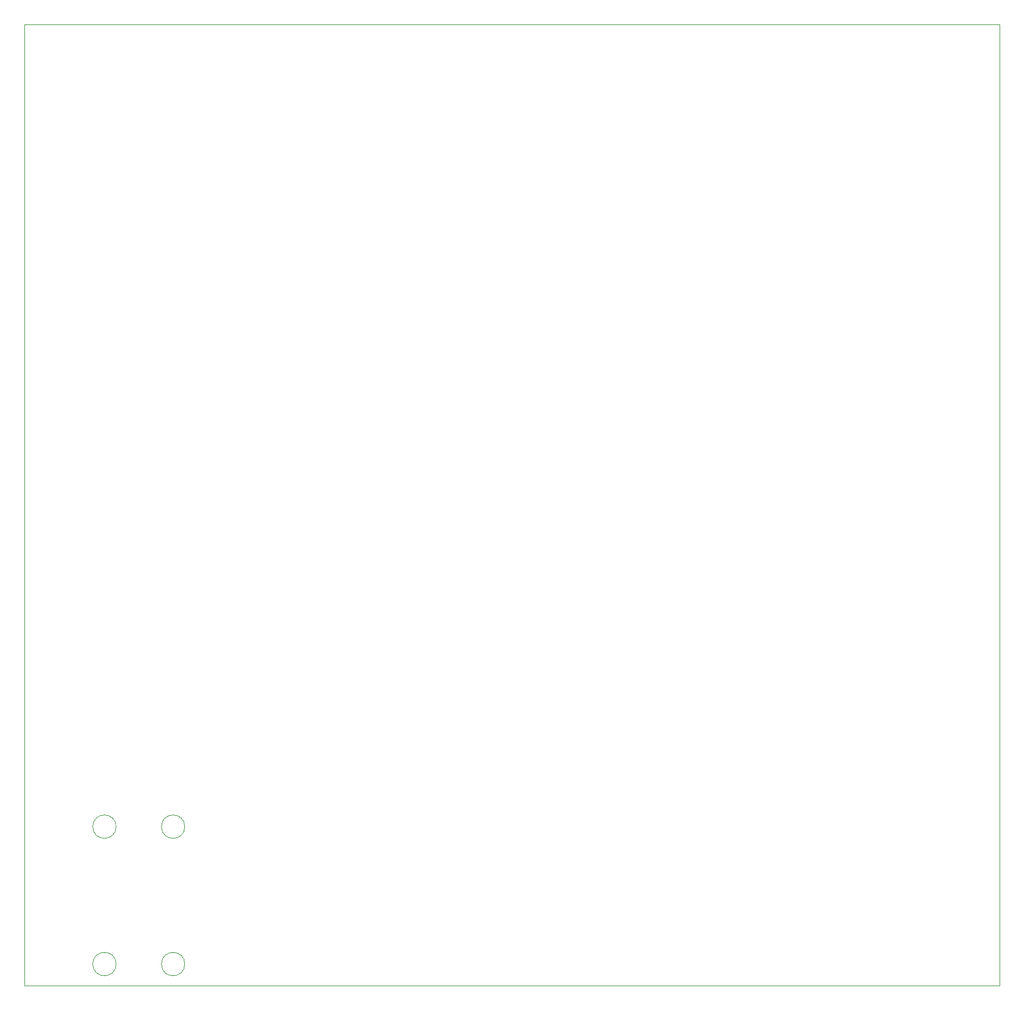
<source format=gbr>
%TF.GenerationSoftware,KiCad,Pcbnew,9.0.1-9.0.1-0~ubuntu24.04.1*%
%TF.CreationDate,2025-05-12T00:52:14+10:00*%
%TF.ProjectId,Sensor_Unit,53656e73-6f72-45f5-956e-69742e6b6963,rev?*%
%TF.SameCoordinates,Original*%
%TF.FileFunction,Profile,NP*%
%FSLAX46Y46*%
G04 Gerber Fmt 4.6, Leading zero omitted, Abs format (unit mm)*
G04 Created by KiCad (PCBNEW 9.0.1-9.0.1-0~ubuntu24.04.1) date 2025-05-12 00:52:14*
%MOMM*%
%LPD*%
G01*
G04 APERTURE LIST*
%TA.AperFunction,Profile*%
%ADD10C,0.050000*%
%TD*%
%TA.AperFunction,Profile*%
%ADD11C,0.120000*%
%TD*%
G04 APERTURE END LIST*
D10*
X29000000Y-22500000D02*
X171000000Y-22500000D01*
X171000000Y-162500000D01*
X29000000Y-162500000D01*
X29000000Y-22500000D01*
D11*
%TO.C,U24*%
X42326300Y-139335000D02*
G75*
G02*
X38926300Y-139335000I-1700000J0D01*
G01*
X38926300Y-139335000D02*
G75*
G02*
X42326300Y-139335000I1700000J0D01*
G01*
X42326300Y-159335000D02*
G75*
G02*
X38926300Y-159335000I-1700000J0D01*
G01*
X38926300Y-159335000D02*
G75*
G02*
X42326300Y-159335000I1700000J0D01*
G01*
X52326300Y-139335000D02*
G75*
G02*
X48926300Y-139335000I-1700000J0D01*
G01*
X48926300Y-139335000D02*
G75*
G02*
X52326300Y-139335000I1700000J0D01*
G01*
X52326300Y-159335000D02*
G75*
G02*
X48926300Y-159335000I-1700000J0D01*
G01*
X48926300Y-159335000D02*
G75*
G02*
X52326300Y-159335000I1700000J0D01*
G01*
%TD*%
M02*

</source>
